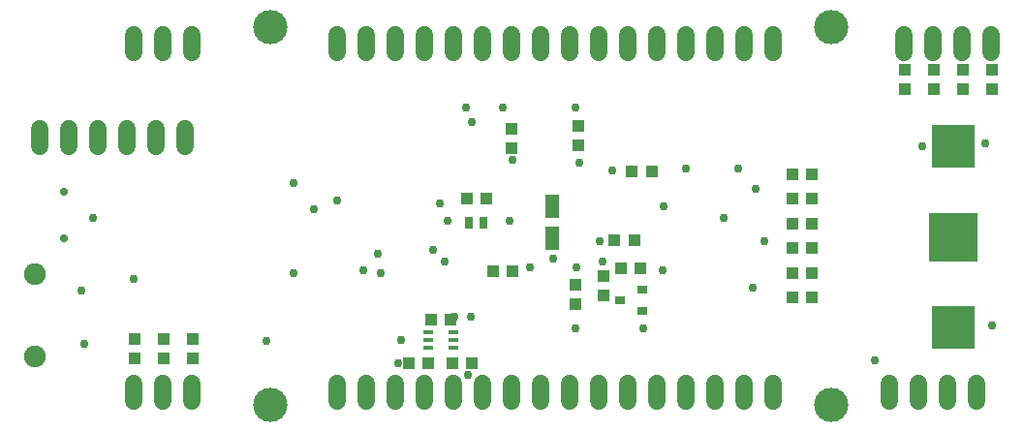
<source format=gbs>
G75*
%MOIN*%
%OFA0B0*%
%FSLAX25Y25*%
%IPPOS*%
%LPD*%
%AMOC8*
5,1,8,0,0,1.08239X$1,22.5*
%
%ADD10R,0.02520X0.04016*%
%ADD11R,0.04331X0.03937*%
%ADD12R,0.03937X0.04331*%
%ADD13R,0.04724X0.07874*%
%ADD14R,0.15000X0.15000*%
%ADD15R,0.17000X0.17000*%
%ADD16C,0.02756*%
%ADD17C,0.07480*%
%ADD18C,0.11811*%
%ADD19C,0.06000*%
%ADD20R,0.03346X0.01378*%
%ADD21R,0.03500X0.03100*%
%ADD22C,0.02953*%
D10*
X0211915Y0114860D03*
X0216954Y0114860D03*
D11*
X0217742Y0123214D03*
X0211049Y0123214D03*
X0220183Y0098198D03*
X0226876Y0098198D03*
X0258100Y0096446D03*
X0258100Y0089754D03*
X0261954Y0109002D03*
X0268647Y0109002D03*
X0267954Y0132502D03*
X0274647Y0132502D03*
X0361915Y0160754D03*
X0371915Y0160754D03*
X0381915Y0160754D03*
X0391915Y0160754D03*
X0391915Y0167446D03*
X0381915Y0167446D03*
X0371915Y0167446D03*
X0361915Y0167446D03*
X0205446Y0081600D03*
X0198754Y0081600D03*
X0116915Y0074946D03*
X0106915Y0074946D03*
X0096915Y0074946D03*
X0096915Y0068254D03*
X0106915Y0068254D03*
X0116915Y0068254D03*
D12*
X0191254Y0066600D03*
X0197946Y0066600D03*
X0206254Y0066600D03*
X0212946Y0066600D03*
X0248317Y0086868D03*
X0248317Y0093561D03*
X0264254Y0099100D03*
X0270946Y0099100D03*
X0323254Y0097600D03*
X0329946Y0097600D03*
X0329946Y0089100D03*
X0323254Y0089100D03*
X0323254Y0106100D03*
X0329946Y0106100D03*
X0329946Y0114600D03*
X0323254Y0114600D03*
X0323254Y0123100D03*
X0329946Y0123100D03*
X0329946Y0131600D03*
X0323254Y0131600D03*
X0249513Y0141639D03*
X0249513Y0148332D03*
X0226513Y0147332D03*
X0226513Y0140639D03*
D13*
X0240513Y0120498D03*
X0240513Y0109474D03*
D14*
X0378600Y0078809D03*
X0378600Y0141309D03*
D15*
X0378600Y0109809D03*
D16*
X0072411Y0109726D03*
X0072411Y0125474D03*
D17*
X0062600Y0097175D03*
X0062600Y0069025D03*
D18*
X0143529Y0052348D03*
X0336443Y0052348D03*
X0336443Y0182269D03*
X0143529Y0182269D03*
D19*
X0096600Y0059600D02*
X0096600Y0053600D01*
X0106600Y0053600D02*
X0106600Y0059600D01*
X0116600Y0059600D02*
X0116600Y0053600D01*
X0166600Y0053600D02*
X0166600Y0059600D01*
X0176600Y0059600D02*
X0176600Y0053600D01*
X0186600Y0053600D02*
X0186600Y0059600D01*
X0196600Y0059600D02*
X0196600Y0053600D01*
X0206600Y0053600D02*
X0206600Y0059600D01*
X0216600Y0059600D02*
X0216600Y0053600D01*
X0226600Y0053600D02*
X0226600Y0059600D01*
X0236600Y0059600D02*
X0236600Y0053600D01*
X0246600Y0053600D02*
X0246600Y0059600D01*
X0256600Y0059600D02*
X0256600Y0053600D01*
X0266600Y0053600D02*
X0266600Y0059600D01*
X0276600Y0059600D02*
X0276600Y0053600D01*
X0286600Y0053600D02*
X0286600Y0059600D01*
X0296600Y0059600D02*
X0296600Y0053600D01*
X0306600Y0053600D02*
X0306600Y0059600D01*
X0316600Y0059600D02*
X0316600Y0053600D01*
X0356600Y0053600D02*
X0356600Y0059600D01*
X0366600Y0059600D02*
X0366600Y0053600D01*
X0376600Y0053600D02*
X0376600Y0059600D01*
X0386600Y0059600D02*
X0386600Y0053600D01*
X0381600Y0173600D02*
X0381600Y0179600D01*
X0371600Y0179600D02*
X0371600Y0173600D01*
X0361600Y0173600D02*
X0361600Y0179600D01*
X0391600Y0179600D02*
X0391600Y0173600D01*
X0316600Y0173600D02*
X0316600Y0179600D01*
X0306600Y0179600D02*
X0306600Y0173600D01*
X0296600Y0173600D02*
X0296600Y0179600D01*
X0286600Y0179600D02*
X0286600Y0173600D01*
X0276600Y0173600D02*
X0276600Y0179600D01*
X0266600Y0179600D02*
X0266600Y0173600D01*
X0256600Y0173600D02*
X0256600Y0179600D01*
X0246600Y0179600D02*
X0246600Y0173600D01*
X0236600Y0173600D02*
X0236600Y0179600D01*
X0226600Y0179600D02*
X0226600Y0173600D01*
X0216600Y0173600D02*
X0216600Y0179600D01*
X0206600Y0179600D02*
X0206600Y0173600D01*
X0196600Y0173600D02*
X0196600Y0179600D01*
X0186600Y0179600D02*
X0186600Y0173600D01*
X0176600Y0173600D02*
X0176600Y0179600D01*
X0166600Y0179600D02*
X0166600Y0173600D01*
X0116600Y0173600D02*
X0116600Y0179600D01*
X0106600Y0179600D02*
X0106600Y0173600D01*
X0096600Y0173600D02*
X0096600Y0179600D01*
X0094230Y0147100D02*
X0094230Y0141100D01*
X0104230Y0141100D02*
X0104230Y0147100D01*
X0114230Y0147100D02*
X0114230Y0141100D01*
X0084230Y0141100D02*
X0084230Y0147100D01*
X0074230Y0147100D02*
X0074230Y0141100D01*
X0064230Y0141100D02*
X0064230Y0147100D01*
D20*
X0197769Y0077159D03*
X0206431Y0077159D03*
X0206431Y0074600D03*
X0206431Y0072041D03*
X0197769Y0072041D03*
X0197769Y0074600D03*
D21*
X0263650Y0088100D03*
X0271550Y0091800D03*
X0271550Y0084400D03*
D22*
X0271915Y0078600D03*
X0248600Y0078600D03*
X0212600Y0082600D03*
X0206915Y0082600D03*
X0188600Y0074600D03*
X0187600Y0066600D03*
X0211600Y0062600D03*
X0142100Y0074100D03*
X0096600Y0095600D03*
X0078600Y0091600D03*
X0079600Y0073100D03*
X0151600Y0097600D03*
X0175600Y0098600D03*
X0181600Y0097600D03*
X0180600Y0104100D03*
X0199600Y0105600D03*
X0203600Y0101600D03*
X0204600Y0115600D03*
X0201915Y0121600D03*
X0225915Y0115600D03*
X0240915Y0102600D03*
X0232915Y0099600D03*
X0248915Y0099600D03*
X0257915Y0101600D03*
X0256915Y0108600D03*
X0278600Y0098600D03*
X0309600Y0092600D03*
X0313600Y0108600D03*
X0299600Y0116600D03*
X0310600Y0126600D03*
X0304600Y0133600D03*
X0286600Y0133600D03*
X0278915Y0120600D03*
X0261128Y0132734D03*
X0249915Y0135600D03*
X0226915Y0136600D03*
X0212915Y0149600D03*
X0210915Y0154600D03*
X0223600Y0154600D03*
X0248600Y0154600D03*
X0166600Y0122600D03*
X0158600Y0119600D03*
X0151600Y0128600D03*
X0082600Y0116600D03*
X0351600Y0067600D03*
X0391915Y0079600D03*
X0389415Y0142100D03*
X0367730Y0141100D03*
M02*

</source>
